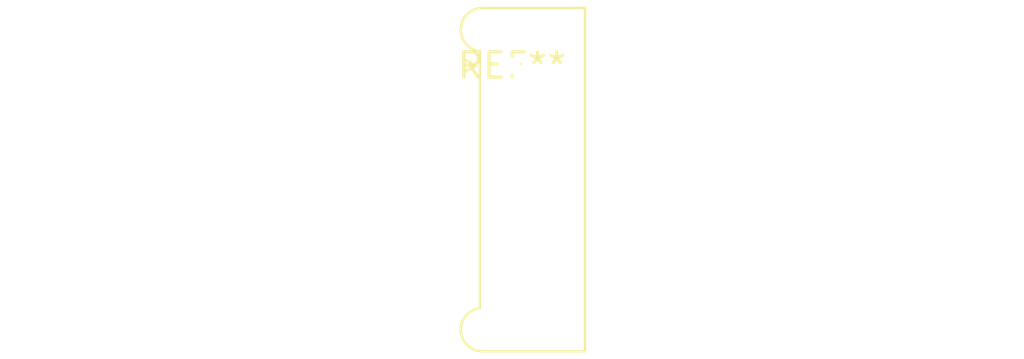
<source format=kicad_pcb>
(kicad_pcb (version 20240108) (generator pcbnew)
  (layers (0 "F.Cu" signal) (31 "B.Cu" signal) (34 "B.Paste" user) (35 "F.Paste" user) (36 "B.SilkS" user "B.Silkscreen") (37 "F.SilkS" user "F.Silkscreen") (38 "B.Mask" user) (39 "F.Mask" user) (44 "Edge.Cuts" user))
  (net 0 "")
  (footprint "Molex_Picoflex_90325-0010_2x05_P1.27mm_Vertical" (layer "F.Cu") (at 0 0)
    (property "Reference" "REF**")
    (property "Value" "Molex_Picoflex_90325-0010_2x05_P1.27mm_Vertical")
    (fp_line (start -2.38 -0.3) (end -2.38 0.3) (layer "F.SilkS") (stroke (width 0.12)))
    (fp_line (start -2.38 0.3) (end -1.78 0) (layer "F.SilkS") (stroke (width 0.12)))
    (fp_line (start -1.78 0) (end -2.38 -0.3) (layer "F.SilkS") (stroke (width 0.12)))
    (fp_line (start -1.61 -0.715) (end -1.61 12.145) (layer "F.SilkS") (stroke (width 0.12)))
    (fp_line (start -1.48 -2.885) (end 3.65 -2.885) (layer "F.SilkS") (stroke (width 0.12)))
    (fp_line (start 3.65 -2.885) (end 3.65 14.315) (layer "F.SilkS") (stroke (width 0.12)))
    (fp_line (start 3.65 14.315) (end -1.48 14.315) (layer "F.SilkS") (stroke (width 0.12)))
    (fp_arc (start -1.61 -0.72) (mid -2.56 -1.93) (end -1.35 -2.88) (layer "F.SilkS") (stroke (width 0.12)))
    (fp_arc (start -1.47 14.315) (mid -2.56 13.334526) (end -1.678256 12.16322) (layer "F.SilkS") (stroke (width 0.12)))
    (pad "" np_thru_hole circle (at -1.48 -1.8) (size 1.5 1.5) (drill 1.5) (layers *.Cu *.Mask))
    (pad "" np_thru_hole circle (at -1.48 13.23) (size 1.5 1.5) (drill 1.5) (layers *.Cu *.Mask))
    (pad "1" thru_hole roundrect (at 0 0) (size 1.8 1.3) (drill 0.8) (layers *.Cu *.Mask) (remove_unused_layers) (roundrect_rratio 0.192308))
    (pad "2" thru_hole oval (at 2.54 1.27) (size 1.8 1.3) (drill 0.8) (layers *.Cu *.Mask) (remove_unused_layers))
    (pad "3" thru_hole oval (at 0 2.54) (size 1.8 1.3) (drill 0.8) (layers *.Cu *.Mask) (remove_unused_layers))
    (pad "4" thru_hole oval (at 2.54 3.81) (size 1.8 1.3) (drill 0.8) (layers *.Cu *.Mask) (remove_unused_layers))
    (pad "5" thru_hole oval (at 0 5.08) (size 1.8 1.3) (drill 0.8) (layers *.Cu *.Mask) (remove_unused_layers))
    (pad "6" thru_hole oval (at 2.54 6.35) (size 1.8 1.3) (drill 0.8) (layers *.Cu *.Mask) (remove_unused_layers))
    (pad "7" thru_hole oval (at 0 7.62) (size 1.8 1.3) (drill 0.8) (layers *.Cu *.Mask) (remove_unused_layers))
    (pad "8" thru_hole oval (at 2.54 8.89) (size 1.8 1.3) (drill 0.8) (layers *.Cu *.Mask) (remove_unused_layers))
    (pad "9" thru_hole oval (at 0 10.16) (size 1.8 1.3) (drill 0.8) (layers *.Cu *.Mask) (remove_unused_layers))
    (pad "10" thru_hole oval (at 2.54 11.43) (size 1.8 1.3) (drill 0.8) (layers *.Cu *.Mask) (remove_unused_layers))
  )
)
</source>
